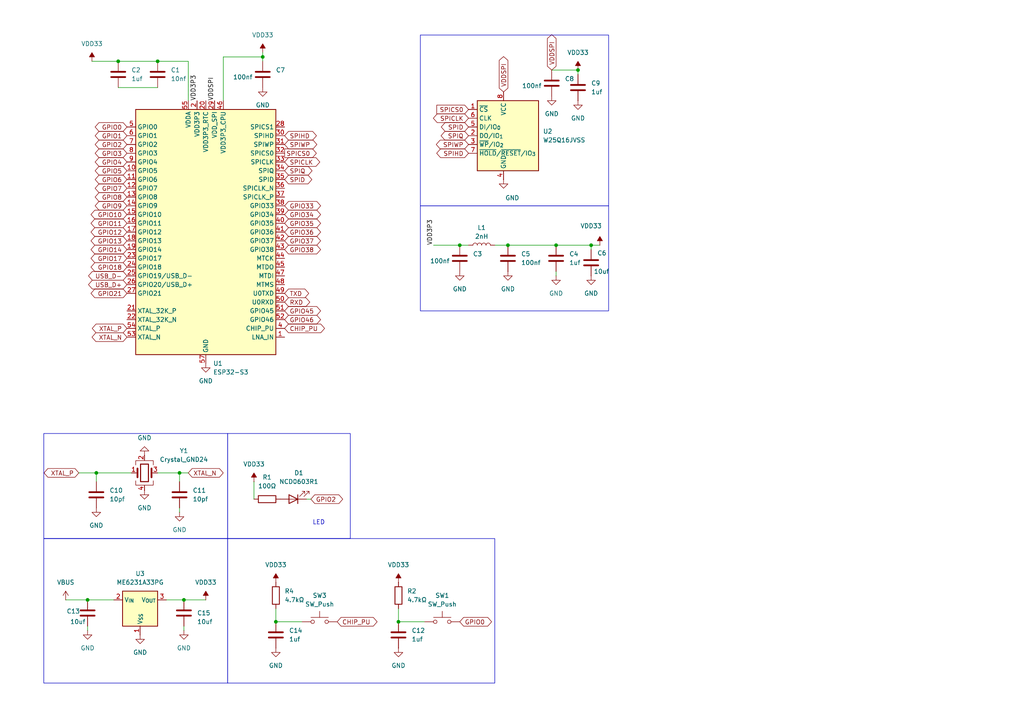
<source format=kicad_sch>
(kicad_sch (version 20250114) (generator "eeschema") (generator_version "9.0")
  (paper "A4")
  (lib_symbols
    (symbol "Device:C" (pin_numbers (hide yes)) (pin_names (offset 0.254))
      (property "Reference" "C" (at 0.635 2.54 0))
      (property "Value" "C" (at 0.635 -2.54 0))
      (symbol "C_0_1"
        (polyline (pts (xy -2.032 0.762) (xy 2.032 0.762)) (stroke (width 0.508)))
        (polyline (pts (xy -2.032 -0.762) (xy 2.032 -0.762)) (stroke (width 0.508)))
      )
      (symbol "C_1_1"
        (pin passive line (at 0 3.81 270) (length 2.794) (name "~") (number "1"))
        (pin passive line (at 0 -3.81 90) (length 2.794) (name "~") (number "2"))
      )
    )
    (symbol "Device:Crystal_GND24" (pin_names (offset 1.016) (hide yes))
      (property "Reference" "Y" (at 3.175 5.08 0))
      (property "Value" "Crystal_GND24" (at 3.175 3.175 0))
      (symbol "Crystal_GND24_0_1"
        (polyline (pts (xy -2.54 2.286) (xy -2.54 3.556) (xy 2.54 3.556) (xy 2.54 2.286)))
        (polyline (pts (xy -2.54 0) (xy -2.032 0)))
        (polyline (pts (xy -2.54 -2.286) (xy -2.54 -3.556) (xy 2.54 -3.556) (xy 2.54 -2.286)))
        (polyline (pts (xy -2.032 -1.27) (xy -2.032 1.27)) (stroke (width 0.508)))
        (rectangle (start -1.143 2.54) (end 1.143 -2.54) (stroke (width 0.3048)))
        (polyline (pts (xy 0 3.556) (xy 0 3.81)))
        (polyline (pts (xy 0 -3.81) (xy 0 -3.556)))
        (polyline (pts (xy 2.032 0) (xy 2.54 0)))
        (polyline (pts (xy 2.032 -1.27) (xy 2.032 1.27)) (stroke (width 0.508)))
      )
      (symbol "Crystal_GND24_1_1"
        (pin passive line (at -3.81 0 0) (length 1.27) (name "1") (number "1"))
        (pin passive line (at 0 5.08 270) (length 1.27) (name "2") (number "2"))
        (pin passive line (at 0 -5.08 90) (length 1.27) (name "4") (number "4"))
        (pin passive line (at 3.81 0 180) (length 1.27) (name "3") (number "3"))
      )
    )
    (symbol "Device:L" (pin_numbers (hide yes)) (pin_names (offset 1.016) (hide yes))
      (property "Reference" "L" (at -1.27 0 90))
      (property "Value" "L" (at 1.905 0 90))
      (symbol "L_0_1"
        (arc (start 0 2.54) (mid 0.6323 1.905) (end 0 1.27))
        (arc (start 0 1.27) (mid 0.6323 0.635) (end 0 0))
        (arc (start 0 0) (mid 0.6323 -0.635) (end 0 -1.27))
        (arc (start 0 -1.27) (mid 0.6323 -1.905) (end 0 -2.54))
      )
      (symbol "L_1_1"
        (pin passive line (at 0 3.81 270) (length 1.27) (name "1") (number "1"))
        (pin passive line (at 0 -3.81 90) (length 1.27) (name "2") (number "2"))
      )
    )
    (symbol "Device:LED" (pin_numbers (hide yes)) (pin_names (offset 1.016) (hide yes))
      (property "Reference" "D" (at 0 2.54 0))
      (property "Value" "LED" (at 0 -2.54 0))
      (symbol "LED_0_1"
        (polyline (pts (xy -3.048 -0.762) (xy -4.572 -2.286) (xy -3.81 -2.286) (xy -4.572 -2.286) (xy -4.572 -1.524)))
        (polyline (pts (xy -1.778 -0.762) (xy -3.302 -2.286) (xy -2.54 -2.286) (xy -3.302 -2.286) (xy -3.302 -1.524)))
        (polyline (pts (xy -1.27 0) (xy 1.27 0)))
        (polyline (pts (xy -1.27 -1.27) (xy -1.27 1.27)) (stroke (width 0.254)))
        (polyline (pts (xy 1.27 -1.27) (xy 1.27 1.27) (xy -1.27 0) (xy 1.27 -1.27)) (stroke (width 0.254)))
      )
      (symbol "LED_1_1"
        (pin passive line (at -3.81 0 0) (length 2.54) (name "K") (number "1"))
        (pin passive line (at 3.81 0 180) (length 2.54) (name "A") (number "2"))
      )
    )
    (symbol "Device:R" (pin_numbers (hide yes)) (pin_names (offset 0))
      (property "Reference" "R" (at 2.032 0 90))
      (property "Value" "R" (at 0 0 90))
      (symbol "R_0_1"
        (rectangle (start -1.016 -2.54) (end 1.016 2.54) (stroke (width 0.254)))
      )
      (symbol "R_1_1"
        (pin passive line (at 0 3.81 270) (length 1.27) (name "~") (number "1"))
        (pin passive line (at 0 -3.81 90) (length 1.27) (name "~") (number "2"))
      )
    )
    (symbol "MCU_Espressif:ESP32-S3"
      (property "Reference" "U" (at 10.16 -38.1 0))
      (property "Value" "ESP32-S3" (at 13.97 -40.64 0))
      (symbol "ESP32-S3_0_1"
        (rectangle (start -20.32 35.56) (end 20.32 -35.56) (stroke (width 0.254)) (fill (type background)))
      )
      (symbol "ESP32-S3_1_0"
        (pin passive line (at -5.08 38.1 270) (length 2.54) (hide yes) (name "VDDA") (number "56"))
        (pin bidirectional line (at 22.86 12.7 180) (length 2.54) (name "SPICLK_N") (number "36"))
        (pin bidirectional line (at 22.86 -10.16 180) (length 2.54) (name "MTDO") (number "45"))
        (pin bidirectional line (at 22.86 -22.86 180) (length 2.54) (name "GPIO45") (number "51"))
      )
      (symbol "ESP32-S3_1_1"
        (pin bidirectional line (at -22.86 30.48 0) (length 2.54) (name "GPIO0") (number "5"))
        (pin bidirectional line (at -22.86 27.94 0) (length 2.54) (name "GPIO1") (number "6"))
        (pin bidirectional line (at -22.86 25.4 0) (length 2.54) (name "GPIO2") (number "7"))
        (pin bidirectional line (at -22.86 22.86 0) (length 2.54) (name "GPIO3") (number "8"))
        (pin bidirectional line (at -22.86 20.32 0) (length 2.54) (name "GPIO4") (number "9"))
        (pin bidirectional line (at -22.86 17.78 0) (length 2.54) (name "GPIO5") (number "10"))
        (pin bidirectional line (at -22.86 15.24 0) (length 2.54) (name "GPIO6") (number "11"))
        (pin bidirectional line (at -22.86 12.7 0) (length 2.54) (name "GPIO7") (number "12"))
        (pin bidirectional line (at -22.86 10.16 0) (length 2.54) (name "GPIO8") (number "13"))
        (pin bidirectional line (at -22.86 7.62 0) (length 2.54) (name "GPIO9") (number "14"))
        (pin bidirectional line (at -22.86 5.08 0) (length 2.54) (name "GPIO10") (number "15"))
        (pin bidirectional line (at -22.86 2.54 0) (length 2.54) (name "GPIO11") (number "16"))
        (pin bidirectional line (at -22.86 0 0) (length 2.54) (name "GPIO12") (number "17"))
        (pin bidirectional line (at -22.86 -2.54 0) (length 2.54) (name "GPIO13") (number "18"))
        (pin bidirectional line (at -22.86 -5.08 0) (length 2.54) (name "GPIO14") (number "19"))
        (pin bidirectional line (at -22.86 -7.62 0) (length 2.54) (name "GPIO17") (number "23"))
        (pin bidirectional line (at -22.86 -10.16 0) (length 2.54) (name "GPIO18") (number "24"))
        (pin bidirectional line (at -22.86 -12.7 0) (length 2.54) (name "GPIO19/USB_D-") (number "25"))
        (pin bidirectional line (at -22.86 -15.24 0) (length 2.54) (name "GPIO20/USB_D+") (number "26"))
        (pin bidirectional line (at -22.86 -17.78 0) (length 2.54) (name "GPIO21") (number "27"))
        (pin passive line (at -22.86 -22.86 0) (length 2.54) (name "XTAL_32K_P") (number "21"))
        (pin passive line (at -22.86 -25.4 0) (length 2.54) (name "XTAL_32K_N") (number "22"))
        (pin input line (at -22.86 -27.94 0) (length 2.54) (name "XTAL_P") (number "54"))
        (pin output line (at -22.86 -30.48 0) (length 2.54) (name "XTAL_N") (number "53"))
        (pin power_in line (at -5.08 38.1 270) (length 2.54) (name "VDDA") (number "55"))
        (pin power_in line (at -2.54 38.1 270) (length 2.54) (name "VDD3P3") (number "2"))
        (pin passive line (at -2.54 38.1 270) (length 2.54) (hide yes) (name "VDD3P3") (number "3"))
        (pin power_in line (at 0 38.1 270) (length 2.54) (name "VDD3P3_RTC") (number "20"))
        (pin power_in line (at 0 -38.1 90) (length 2.54) (name "GND") (number "57"))
        (pin power_in line (at 2.54 38.1 270) (length 2.54) (name "VDD_SPI") (number "29"))
        (pin power_in line (at 5.08 38.1 270) (length 2.54) (name "VDD3P3_CPU") (number "46"))
        (pin bidirectional line (at 22.86 30.48 180) (length 2.54) (name "SPICS1") (number "28"))
        (pin bidirectional line (at 22.86 27.94 180) (length 2.54) (name "SPIHD") (number "30"))
        (pin bidirectional line (at 22.86 25.4 180) (length 2.54) (name "SPIWP") (number "31"))
        (pin bidirectional line (at 22.86 22.86 180) (length 2.54) (name "SPICS0") (number "32"))
        (pin bidirectional line (at 22.86 20.32 180) (length 2.54) (name "SPICLK") (number "33"))
        (pin bidirectional line (at 22.86 17.78 180) (length 2.54) (name "SPIQ") (number "34"))
        (pin bidirectional line (at 22.86 15.24 180) (length 2.54) (name "SPID") (number "35"))
        (pin bidirectional line (at 22.86 10.16 180) (length 2.54) (name "SPICLK_P") (number "37"))
        (pin bidirectional line (at 22.86 7.62 180) (length 2.54) (name "GPIO33") (number "38"))
        (pin bidirectional line (at 22.86 5.08 180) (length 2.54) (name "GPIO34") (number "39"))
        (pin bidirectional line (at 22.86 2.54 180) (length 2.54) (name "GPIO35") (number "40"))
        (pin bidirectional line (at 22.86 0 180) (length 2.54) (name "GPIO36") (number "41"))
        (pin bidirectional line (at 22.86 -2.54 180) (length 2.54) (name "GPIO37") (number "42"))
        (pin bidirectional line (at 22.86 -5.08 180) (length 2.54) (name "GPIO38") (number "43"))
        (pin bidirectional line (at 22.86 -7.62 180) (length 2.54) (name "MTCK") (number "44"))
        (pin bidirectional line (at 22.86 -12.7 180) (length 2.54) (name "MTDI") (number "47"))
        (pin bidirectional line (at 22.86 -15.24 180) (length 2.54) (name "MTMS") (number "48"))
        (pin bidirectional line (at 22.86 -17.78 180) (length 2.54) (name "U0TXD") (number "49"))
        (pin bidirectional line (at 22.86 -20.32 180) (length 2.54) (name "U0RXD") (number "50"))
        (pin bidirectional line (at 22.86 -25.4 180) (length 2.54) (name "GPIO46") (number "52"))
        (pin input line (at 22.86 -27.94 180) (length 2.54) (name "CHIP_PU") (number "4"))
        (pin bidirectional line (at 22.86 -30.48 180) (length 2.54) (name "LNA_IN") (number "1"))
      )
    )
    (symbol "Memory_Flash:W25Q16JVSS"
      (property "Reference" "U" (at -6.35 11.43 0))
      (property "Value" "W25Q16JVSS" (at 7.62 11.43 0))
      (symbol "W25Q16JVSS_0_1"
        (rectangle (start -7.62 10.16) (end 10.16 -10.16) (stroke (width 0.254)) (fill (type background)))
      )
      (symbol "W25Q16JVSS_1_1"
        (pin input line (at -10.16 7.62 0) (length 2.54) (name "~{CS}") (number "1"))
        (pin input line (at -10.16 5.08 0) (length 2.54) (name "CLK") (number "6"))
        (pin bidirectional line (at -10.16 2.54 0) (length 2.54) (name "DI/IO_{0}") (number "5"))
        (pin bidirectional line (at -10.16 0 0) (length 2.54) (name "DO/IO_{1}") (number "2"))
        (pin bidirectional line (at -10.16 -2.54 0) (length 2.54) (name "~{WP}/IO_{2}") (number "3"))
        (pin bidirectional line (at -10.16 -5.08 0) (length 2.54) (name "~{HOLD}/~{RESET}/IO_{3}") (number "7"))
        (pin power_in line (at 0 12.7 270) (length 2.54) (name "VCC") (number "8"))
        (pin power_in line (at 0 -12.7 90) (length 2.54) (name "GND") (number "4"))
      )
    )
    (symbol "Switch:SW_Push" (pin_numbers (hide yes)) (pin_names (offset 1.016) (hide yes))
      (property "Reference" "SW" (at 1.27 2.54 0))
      (property "Value" "SW_Push" (at 0 -1.524 0))
      (symbol "SW_Push_0_1"
        (circle (center -2.032 0) (radius 0.508))
        (polyline (pts (xy 0 1.27) (xy 0 3.048)))
        (circle (center 2.032 0) (radius 0.508))
        (polyline (pts (xy 2.54 1.27) (xy -2.54 1.27)))
        (pin passive line (at -5.08 0 0) (length 2.54) (name "1") (number "1"))
        (pin passive line (at 5.08 0 180) (length 2.54) (name "2") (number "2"))
      )
    )
    (symbol "power:+3.3V" (power) (pin_numbers (hide yes)) (pin_names (offset 0) (hide yes))
      (property "Value" "+3.3V" (at 0 3.556 0))
      (symbol "+3.3V_0_1"
        (polyline (pts (xy -0.762 1.27) (xy 0 2.54)))
        (polyline (pts (xy 0 2.54) (xy 0.762 1.27)))
        (polyline (pts (xy 0 0) (xy 0 2.54)))
      )
      (symbol "+3.3V_1_1"
        (pin power_in line (at 0 0 90) (length 0) (name "~") (number "1"))
      )
    )
    (symbol "power:-3V3" (power) (pin_numbers (hide yes)) (pin_names (offset 0) (hide yes))
      (property "Value" "-3V3" (at 0 3.556 0))
      (symbol "-3V3_0_0"
        (pin power_in line (at 0 0 90) (length 0) (name "~") (number "1"))
      )
      (symbol "-3V3_0_1"
        (polyline (pts (xy 0 0) (xy 0 1.27) (xy 0.762 1.27) (xy 0 2.54) (xy -0.762 1.27) (xy 0 1.27)) (fill (type outline)))
      )
    )
    (symbol "power:GND" (power) (pin_numbers (hide yes)) (pin_names (offset 0) (hide yes))
      (property "Value" "GND" (at 0 -3.81 0))
      (symbol "GND_0_1"
        (polyline (pts (xy 0 0) (xy 0 -1.27) (xy 1.27 -1.27) (xy 0 -2.54) (xy -1.27 -1.27) (xy 0 -1.27)))
      )
      (symbol "GND_1_1"
        (pin power_in line (at 0 0 270) (length 0) (name "~") (number "1"))
      )
    )
    (symbol "smart-lock:ME6231A33PG"
      (property "Reference" "U" (at -4.572 6.35 0))
      (property "Value" "ME6231A33PG" (at 10.16 8.636 0))
      (symbol "ME6231A33PG_1_1"
        (rectangle (start -5.08 5.08) (end 5.08 -5.08) (stroke (width 0.254)) (fill (type background)))
        (pin power_in line (at -7.62 2.54 0) (length 2.54) (name "V_{IN}") (number "2"))
        (pin power_in line (at 0 -7.62 90) (length 2.54) (name "V_{SS}") (number "1"))
        (pin power_out line (at 7.62 2.54 180) (length 2.54) (name "V_{OUT}") (number "3"))
      )
    )
  )
  (rectangle (start 12.7 125.73) (end 66.04 156.21))
  (rectangle (start 66.04 156.21) (end 143.51 198.12))
  (rectangle (start 12.7 156.21) (end 66.04 198.12))
  (rectangle (start 66.04 125.73) (end 101.6 156.21))
  (rectangle (start 121.92 10.16) (end 176.53 59.69))
  (rectangle (start 121.92 59.69) (end 176.53 90.17))
  (text "LED\n" (at 92.456 151.638 0) (effects (font (size 1.27 1.27))))
  (junction (at 34.29 17.78))
  (junction (at 27.94 137.16))
  (junction (at 25.4 173.99))
  (junction (at 133.35 71.12))
  (junction (at 115.57 180.34))
  (junction (at 52.07 137.16))
  (junction (at 167.64 20.32))
  (junction (at 171.45 71.12))
  (junction (at 45.72 17.78))
  (junction (at 53.34 173.99))
  (junction (at 161.29 71.12))
  (junction (at 147.32 71.12))
  (junction (at 80.01 180.34))
  (junction (at 76.2 16.51))
  (wire (pts (xy 26.67 17.78) (xy 34.29 17.78)))
  (wire (pts (xy 76.2 16.51) (xy 76.2 17.78)))
  (wire (pts (xy 73.66 144.78) (xy 73.66 139.7)))
  (wire (pts (xy 53.34 182.88) (xy 53.34 181.61)))
  (wire (pts (xy 167.64 20.32) (xy 167.64 21.59)))
  (wire (pts (xy 59.69 173.99) (xy 53.34 173.99)))
  (wire (pts (xy 76.2 15.24) (xy 76.2 16.51)))
  (wire (pts (xy 27.94 137.16) (xy 22.86 137.16)))
  (wire (pts (xy 54.61 137.16) (xy 52.07 137.16)))
  (wire (pts (xy 147.32 71.12) (xy 161.29 71.12)))
  (wire (pts (xy 135.89 71.12) (xy 133.35 71.12)))
  (wire (pts (xy 161.29 78.74) (xy 161.29 80.01)))
  (wire (pts (xy 34.29 25.4) (xy 45.72 25.4)))
  (wire (pts (xy 38.1 137.16) (xy 27.94 137.16)))
  (wire (pts (xy 115.57 180.34) (xy 123.19 180.34)))
  (wire (pts (xy 167.64 20.32) (xy 160.02 20.32)))
  (wire (pts (xy 52.07 148.59) (xy 52.07 147.32)))
  (wire (pts (xy 115.57 176.53) (xy 115.57 180.34)))
  (wire (pts (xy 45.72 137.16) (xy 52.07 137.16)))
  (wire (pts (xy 54.61 29.21) (xy 54.61 17.78)))
  (wire (pts (xy 80.01 176.53) (xy 80.01 180.34)))
  (wire (pts (xy 143.51 71.12) (xy 147.32 71.12)))
  (wire (pts (xy 171.45 72.39) (xy 171.45 71.12)))
  (wire (pts (xy 171.45 71.12) (xy 173.99 71.12)))
  (wire (pts (xy 52.07 137.16) (xy 52.07 139.7)))
  (wire (pts (xy 27.94 137.16) (xy 27.94 139.7)))
  (wire (pts (xy 64.77 16.51) (xy 76.2 16.51)))
  (wire (pts (xy 34.29 17.78) (xy 45.72 17.78)))
  (wire (pts (xy 80.01 180.34) (xy 87.63 180.34)))
  (wire (pts (xy 33.02 173.99) (xy 25.4 173.99)))
  (wire (pts (xy 64.77 29.21) (xy 64.77 16.51)))
  (wire (pts (xy 25.4 181.61) (xy 25.4 182.88)))
  (wire (pts (xy 90.17 144.78) (xy 88.9 144.78)))
  (wire (pts (xy 161.29 71.12) (xy 171.45 71.12)))
  (wire (pts (xy 54.61 17.78) (xy 45.72 17.78)))
  (wire (pts (xy 125.73 71.12) (xy 133.35 71.12)))
  (wire (pts (xy 19.05 173.99) (xy 25.4 173.99)))
  (wire (pts (xy 48.26 173.99) (xy 53.34 173.99)))
  (label "VDD3P3" (at 57.15 29.21 90))
  (label "VDDSPI" (at 62.23 29.21 90))
  (label "VDD3P3" (at 125.73 71.12 90))
  (global_label "SPIHD" (shape bidirectional) (at 135.89 44.45 180) (property "Intersheetrefs" "${INTERSHEET_REFS}" (effects (hide yes))))
  (global_label "SPID" (shape bidirectional) (at 82.55 52.07 0) (property "Intersheetrefs" "${INTERSHEET_REFS}" (effects (hide yes))))
  (global_label "GPIO33" (shape bidirectional) (at 82.55 59.69 0) (property "Intersheetrefs" "${INTERSHEET_REFS}" (effects (hide yes))))
  (global_label "VDDSPI" (shape bidirectional) (at 146.05 26.67 90) (property "Intersheetrefs" "${INTERSHEET_REFS}" (effects (hide yes))))
  (global_label "CHIP_PU" (shape bidirectional) (at 97.79 180.34 0) (property "Intersheetrefs" "${INTERSHEET_REFS}" (effects (hide yes))))
  (global_label "TXD" (shape bidirectional) (at 82.55 85.09 0) (property "Intersheetrefs" "${INTERSHEET_REFS}" (effects (hide yes))))
  (global_label "SPICLK" (shape bidirectional) (at 135.89 34.29 180) (property "Intersheetrefs" "${INTERSHEET_REFS}" (effects (hide yes))))
  (global_label "GPIO14" (shape bidirectional) (at 36.83 72.39 180) (property "Intersheetrefs" "${INTERSHEET_REFS}" (effects (hide yes))))
  (global_label "GPIO12" (shape bidirectional) (at 36.83 67.31 180) (property "Intersheetrefs" "${INTERSHEET_REFS}" (effects (hide yes))))
  (global_label "USB_D-" (shape bidirectional) (at 36.83 80.01 180) (property "Intersheetrefs" "${INTERSHEET_REFS}" (effects (hide yes))))
  (global_label "GPIO0" (shape bidirectional) (at 133.35 180.34 0) (property "Intersheetrefs" "${INTERSHEET_REFS}" (effects (hide yes))))
  (global_label "GPIO5" (shape bidirectional) (at 36.83 49.53 180) (property "Intersheetrefs" "${INTERSHEET_REFS}" (effects (hide yes))))
  (global_label "SPICS0" (shape output) (at 82.55 44.45 0) (property "Intersheetrefs" "${INTERSHEET_REFS}" (effects (hide yes))))
  (global_label "GPIO36" (shape bidirectional) (at 82.55 67.31 0) (property "Intersheetrefs" "${INTERSHEET_REFS}" (effects (hide yes))))
  (global_label "SPICLK" (shape bidirectional) (at 82.55 46.99 0) (property "Intersheetrefs" "${INTERSHEET_REFS}" (effects (hide yes))))
  (global_label "SPIWP" (shape bidirectional) (at 135.89 41.91 180) (property "Intersheetrefs" "${INTERSHEET_REFS}" (effects (hide yes))))
  (global_label "GPIO17" (shape bidirectional) (at 36.83 74.93 180) (property "Intersheetrefs" "${INTERSHEET_REFS}" (effects (hide yes))))
  (global_label "GPIO0" (shape bidirectional) (at 36.83 36.83 180) (property "Intersheetrefs" "${INTERSHEET_REFS}" (effects (hide yes))))
  (global_label "SPIQ" (shape bidirectional) (at 135.89 39.37 180) (property "Intersheetrefs" "${INTERSHEET_REFS}" (effects (hide yes))))
  (global_label "GPIO9" (shape bidirectional) (at 36.83 59.69 180) (property "Intersheetrefs" "${INTERSHEET_REFS}" (effects (hide yes))))
  (global_label "VDDSPI" (shape bidirectional) (at 160.02 20.32 90) (property "Intersheetrefs" "${INTERSHEET_REFS}" (effects (hide yes))))
  (global_label "GPIO2" (shape bidirectional) (at 36.83 41.91 180) (property "Intersheetrefs" "${INTERSHEET_REFS}" (effects (hide yes))))
  (global_label "CHIP_PU" (shape bidirectional) (at 82.55 95.25 0) (property "Intersheetrefs" "${INTERSHEET_REFS}" (effects (hide yes))))
  (global_label "GPIO1" (shape bidirectional) (at 36.83 39.37 180) (property "Intersheetrefs" "${INTERSHEET_REFS}" (effects (hide yes))))
  (global_label "GPIO46" (shape bidirectional) (at 82.55 92.71 0) (property "Intersheetrefs" "${INTERSHEET_REFS}" (effects (hide yes))))
  (global_label "GPIO6" (shape bidirectional) (at 36.83 52.07 180) (property "Intersheetrefs" "${INTERSHEET_REFS}" (effects (hide yes))))
  (global_label "RXD" (shape bidirectional) (at 82.55 87.63 0) (property "Intersheetrefs" "${INTERSHEET_REFS}" (effects (hide yes))))
  (global_label "GPIO10" (shape bidirectional) (at 36.83 62.23 180) (property "Intersheetrefs" "${INTERSHEET_REFS}" (effects (hide yes))))
  (global_label "USB_D+" (shape bidirectional) (at 36.83 82.55 180) (property "Intersheetrefs" "${INTERSHEET_REFS}" (effects (hide yes))))
  (global_label "SPICS0" (shape input) (at 135.89 31.75 180) (property "Intersheetrefs" "${INTERSHEET_REFS}" (effects (hide yes))))
  (global_label "SPIHD" (shape bidirectional) (at 82.55 39.37 0) (property "Intersheetrefs" "${INTERSHEET_REFS}" (effects (hide yes))))
  (global_label "XTAL_P" (shape bidirectional) (at 36.83 95.25 180) (property "Intersheetrefs" "${INTERSHEET_REFS}" (effects (hide yes))))
  (global_label "GPIO35" (shape bidirectional) (at 82.55 64.77 0) (property "Intersheetrefs" "${INTERSHEET_REFS}" (effects (hide yes))))
  (global_label "XTAL_N" (shape bidirectional) (at 36.83 97.79 180) (property "Intersheetrefs" "${INTERSHEET_REFS}" (effects (hide yes))))
  (global_label "GPIO21" (shape bidirectional) (at 36.83 85.09 180) (property "Intersheetrefs" "${INTERSHEET_REFS}" (effects (hide yes))))
  (global_label "GPIO34" (shape bidirectional) (at 82.55 62.23 0) (property "Intersheetrefs" "${INTERSHEET_REFS}" (effects (hide yes))))
  (global_label "GPIO8" (shape bidirectional) (at 36.83 57.15 180) (property "Intersheetrefs" "${INTERSHEET_REFS}" (effects (hide yes))))
  (global_label "GPIO11" (shape bidirectional) (at 36.83 64.77 180) (property "Intersheetrefs" "${INTERSHEET_REFS}" (effects (hide yes))))
  (global_label "GPIO2" (shape bidirectional) (at 90.17 144.78 0) (property "Intersheetrefs" "${INTERSHEET_REFS}" (effects (hide yes))))
  (global_label "GPIO45" (shape bidirectional) (at 82.55 90.17 0) (property "Intersheetrefs" "${INTERSHEET_REFS}" (effects (hide yes))))
  (global_label "GPIO13" (shape bidirectional) (at 36.83 69.85 180) (property "Intersheetrefs" "${INTERSHEET_REFS}" (effects (hide yes))))
  (global_label "XTAL_N" (shape bidirectional) (at 54.61 137.16 0) (property "Intersheetrefs" "${INTERSHEET_REFS}" (effects (hide yes))))
  (global_label "SPID" (shape bidirectional) (at 135.89 36.83 180) (property "Intersheetrefs" "${INTERSHEET_REFS}" (effects (hide yes))))
  (global_label "GPIO38" (shape bidirectional) (at 82.55 72.39 0) (property "Intersheetrefs" "${INTERSHEET_REFS}" (effects (hide yes))))
  (global_label "SPIQ" (shape bidirectional) (at 82.55 49.53 0) (property "Intersheetrefs" "${INTERSHEET_REFS}" (effects (hide yes))))
  (global_label "GPIO37" (shape bidirectional) (at 82.55 69.85 0) (property "Intersheetrefs" "${INTERSHEET_REFS}" (effects (hide yes))))
  (global_label "GPIO4" (shape bidirectional) (at 36.83 46.99 180) (property "Intersheetrefs" "${INTERSHEET_REFS}" (effects (hide yes))))
  (global_label "GPIO7" (shape bidirectional) (at 36.83 54.61 180) (property "Intersheetrefs" "${INTERSHEET_REFS}" (effects (hide yes))))
  (global_label "SPIWP" (shape bidirectional) (at 82.55 41.91 0) (property "Intersheetrefs" "${INTERSHEET_REFS}" (effects (hide yes))))
  (global_label "GPIO3" (shape bidirectional) (at 36.83 44.45 180) (property "Intersheetrefs" "${INTERSHEET_REFS}" (effects (hide yes))))
  (global_label "XTAL_P" (shape bidirectional) (at 22.86 137.16 180) (property "Intersheetrefs" "${INTERSHEET_REFS}" (effects (hide yes))))
  (global_label "GPIO18" (shape bidirectional) (at 36.83 77.47 180) (property "Intersheetrefs" "${INTERSHEET_REFS}" (effects (hide yes))))
  (symbol (lib_id "power:-3V3") (at 26.67 17.78 0) (unit 1)
    (property "Reference" "#PWR02" (effects (hide yes)))
    (property "Value" "VDD33" (at 26.67 12.7 0))
    (property "Description" "Power symbol creates a global label with name \"-3V3\"" (effects (hide yes)))
  )
  (symbol (lib_id "power:GND") (at 171.45 80.01 0) (unit 1)
    (property "Reference" "#PWR06" (effects (hide yes)))
    (property "Value" "GND" (at 171.45 85.09 0))
    (property "Description" "Power symbol creates a global label with name \"GND\" , ground" (effects (hide yes)))
  )
  (symbol (lib_id "Device:C") (at 80.01 184.15 0) (unit 1)
    (property "Reference" "C14" (at 83.82 182.8799 0) (effects (justify left)))
    (property "Value" "1uf" (at 83.82 185.4199 0) (effects (justify left)))
    (property "Footprint" "Capacitor_SMD:C_0402_1005Metric" (effects (hide yes)))
    (property "Description" "Unpolarized capacitor" (effects (hide yes)))
  )
  (symbol (lib_id "power:GND") (at 27.94 147.32 0) (unit 1)
    (property "Reference" "#PWR016" (effects (hide yes)))
    (property "Value" "GND" (at 27.94 152.4 0))
    (property "Description" "Power symbol creates a global label with name \"GND\" , ground" (effects (hide yes)))
  )
  (symbol (lib_id "power:GND") (at 40.64 184.15 0) (unit 1)
    (property "Reference" "#PWR022" (effects (hide yes)))
    (property "Value" "GND" (at 40.64 189.23 0))
    (property "Description" "Power symbol creates a global label with name \"GND\" , ground" (effects (hide yes)))
  )
  (symbol (lib_id "Device:C") (at 53.34 177.8 0) (unit 1)
    (property "Reference" "C15" (at 57.15 177.8 0) (effects (justify left)))
    (property "Value" "10uf" (at 57.15 180.34 0) (effects (justify left)))
    (property "Footprint" "Capacitor_SMD:C_0402_1005Metric" (effects (hide yes)))
    (property "Description" "Unpolarized capacitor" (effects (hide yes)))
  )
  (symbol (lib_id "power:GND") (at 41.91 132.08 180) (unit 1)
    (property "Reference" "#PWR019" (effects (hide yes)))
    (property "Value" "GND" (at 41.91 127 0))
    (property "Description" "Power symbol creates a global label with name \"GND\" , ground" (effects (hide yes)))
  )
  (symbol (lib_id "Device:R") (at 77.47 144.78 90) (unit 1)
    (property "Reference" "R1" (at 77.47 138.43 90))
    (property "Value" "100Ω" (at 77.47 140.97 90))
    (property "Footprint" "Resistor_SMD:R_0402_1005Metric" (effects (hide yes)))
    (property "Description" "Resistor" (effects (hide yes)))
  )
  (symbol (lib_id "power:GND") (at 115.57 187.96 0) (unit 1)
    (property "Reference" "#PWR021" (effects (hide yes)))
    (property "Value" "GND" (at 115.57 193.04 0))
    (property "Description" "Power symbol creates a global label with name \"GND\" , ground" (effects (hide yes)))
  )
  (symbol (lib_id "Device:C") (at 52.07 143.51 0) (unit 1)
    (property "Reference" "C11" (at 55.88 142.2399 0) (effects (justify left)))
    (property "Value" "10pf" (at 55.88 144.7799 0) (effects (justify left)))
    (property "Footprint" "Capacitor_SMD:C_0402_1005Metric" (effects (hide yes)))
    (property "Description" "Unpolarized capacitor" (effects (hide yes)))
  )
  (symbol (lib_id "power:GND") (at 53.34 182.88 0) (unit 1)
    (property "Reference" "#PWR026" (effects (hide yes)))
    (property "Value" "GND" (at 53.34 187.96 0))
    (property "Description" "Power symbol creates a global label with name \"GND\" , ground" (effects (hide yes)))
  )
  (symbol (lib_id "power:GND") (at 76.2 25.4 0) (unit 1)
    (property "Reference" "#PWR07" (effects (hide yes)))
    (property "Value" "GND" (at 76.2 30.48 0))
    (property "Description" "Power symbol creates a global label with name \"GND\" , ground" (effects (hide yes)))
  )
  (symbol (lib_id "power:-3V3") (at 115.57 168.91 0) (unit 1)
    (property "Reference" "#PWR020" (effects (hide yes)))
    (property "Value" "VDD33" (at 115.57 163.83 0))
    (property "Description" "Power symbol creates a global label with name \"-3V3\"" (effects (hide yes)))
  )
  (symbol (lib_id "Device:R") (at 80.01 172.72 180) (unit 1)
    (property "Reference" "R4" (at 82.55 171.4499 0) (effects (justify right)))
    (property "Value" "4.7kΩ" (at 82.55 173.9899 0) (effects (justify right)))
    (property "Footprint" "Resistor_SMD:R_0402_1005Metric" (effects (hide yes)))
    (property "Description" "Resistor" (effects (hide yes)))
  )
  (symbol (lib_id "Device:C") (at 133.35 74.93 0) (unit 1)
    (property "Reference" "C3" (at 137.16 73.6599 0) (effects (justify left)))
    (property "Value" "100nf" (at 124.714 75.692 0) (effects (justify left)))
    (property "Footprint" "Capacitor_SMD:C_0402_1005Metric" (effects (hide yes)))
    (property "Description" "Unpolarized capacitor" (effects (hide yes)))
  )
  (symbol (lib_id "Device:C") (at 27.94 143.51 0) (unit 1)
    (property "Reference" "C10" (at 31.75 142.2399 0) (effects (justify left)))
    (property "Value" "10pf" (at 31.75 144.7799 0) (effects (justify left)))
    (property "Footprint" "Capacitor_SMD:C_0402_1005Metric" (effects (hide yes)))
    (property "Description" "Unpolarized capacitor" (effects (hide yes)))
  )
  (symbol (lib_id "power:GND") (at 133.35 78.74 0) (unit 1)
    (property "Reference" "#PWR03" (effects (hide yes)))
    (property "Value" "GND" (at 133.35 83.82 0))
    (property "Description" "Power symbol creates a global label with name \"GND\" , ground" (effects (hide yes)))
  )
  (symbol (lib_id "Device:C") (at 167.64 25.4 0) (unit 1)
    (property "Reference" "C9" (at 171.45 24.1299 0) (effects (justify left)))
    (property "Value" "1uf" (at 171.45 26.6699 0) (effects (justify left)))
    (property "Footprint" "Capacitor_SMD:C_0402_1005Metric" (effects (hide yes)))
    (property "Description" "Unpolarized capacitor" (effects (hide yes)))
  )
  (symbol (lib_id "Device:C") (at 161.29 74.93 0) (unit 1)
    (property "Reference" "C4" (at 165.1 73.6599 0) (effects (justify left)))
    (property "Value" "1uf" (at 165.1 76.1999 0) (effects (justify left)))
    (property "Footprint" "Capacitor_SMD:C_0402_1005Metric" (effects (hide yes)))
    (property "Description" "Unpolarized capacitor" (effects (hide yes)))
  )
  (symbol (lib_id "Device:Crystal_GND24") (at 41.91 137.16 0) (unit 1)
    (property "Reference" "Y1" (at 53.34 130.7398 0))
    (property "Value" "Crystal_GND24" (at 53.34 133.2798 0))
    (property "Footprint" "Crystal:Crystal_SMD_3225-4Pin_3.2x2.5mm" (effects (hide yes)))
    (property "Description" "Four pin crystal, GND on pins 2 and 4" (effects (hide yes)))
  )
  (symbol (lib_id "power:-3V3") (at 73.66 139.7 0) (unit 1)
    (property "Reference" "#PWR014" (effects (hide yes)))
    (property "Value" "VDD33" (at 73.66 134.62 0))
    (property "Description" "Power symbol creates a global label with name \"-3V3\"" (effects (hide yes)))
  )
  (symbol (lib_id "Switch:SW_Push") (at 128.27 180.34 0) (unit 1)
    (property "Reference" "SW1" (at 128.27 172.72 0))
    (property "Value" "SW_Push" (at 128.27 175.26 0))
    (property "Description" "Push button switch, generic, two pins" (effects (hide yes)))
  )
  (symbol (lib_id "Device:L") (at 139.7 71.12 90) (unit 1)
    (property "Reference" "L1" (at 139.7 66.04 90))
    (property "Value" "2nH" (at 139.7 68.58 90))
    (property "Footprint" "Inductor_SMD:L_0402_1005Metric" (effects (hide yes)))
    (property "Description" "Inductor" (effects (hide yes)))
  )
  (symbol (lib_id "smart-lock:ME6231A33PG") (at 40.64 176.53 0) (unit 1)
    (property "Reference" "U3" (at 40.64 166.37 0))
    (property "Value" "ME6231A33PG" (at 40.64 168.91 0))
    (property "Footprint" "Package_TO_SOT_SMD:SOT-89-3" (effects (hide yes)))
  )
  (symbol (lib_id "Device:C") (at 76.2 21.59 0) (unit 1)
    (property "Reference" "C7" (at 80.01 20.3199 0) (effects (justify left)))
    (property "Value" "100nf" (at 67.564 22.352 0) (effects (justify left)))
    (property "Footprint" "Capacitor_SMD:C_0402_1005Metric" (effects (hide yes)))
    (property "Description" "Unpolarized capacitor" (effects (hide yes)))
  )
  (symbol (lib_id "Device:R") (at 115.57 172.72 180) (unit 1)
    (property "Reference" "R2" (at 118.11 171.4499 0) (effects (justify right)))
    (property "Value" "4.7kΩ" (at 118.11 173.9899 0) (effects (justify right)))
    (property "Footprint" "Resistor_SMD:R_0402_1005Metric" (effects (hide yes)))
    (property "Description" "Resistor" (effects (hide yes)))
  )
  (symbol (lib_id "Memory_Flash:W25Q16JVSS") (at 146.05 39.37 0) (unit 1)
    (property "Reference" "U2" (at 157.48 38.0999 0) (effects (justify left)))
    (property "Value" "W25Q16JVSS" (at 157.48 40.6399 0) (effects (justify left)))
    (property "Footprint" "Package_SO:SOIC-8_5.3x5.3mm_P1.27mm" (effects (hide yes)))
    (property "Datasheet" "https://www.winbond.com/hq/support/documentation/levelOne.jsp?__locale=en&DocNo=DA00-W25Q16JV.1" (effects (hide yes)))
    (property "Description" "16Mbit / 2MiB Serial Flash Memory, Standard/Dual/Quad SPI, 2.7-3.6V, SOIC-8 (208 mil)" (effects (hide yes)))
  )
  (symbol (lib_id "Device:LED") (at 85.09 144.78 180) (unit 1)
    (property "Reference" "D1" (at 86.6775 137.16 0))
    (property "Value" "NCD0603R1" (at 86.6775 139.7 0))
    (property "Description" "Light emitting diode" (effects (hide yes)))
    (property "Sim.Pins" "1=K 2=A" (effects (hide yes)))
    (property "lcsc" "C84263" (effects (hide yes)))
  )
  (symbol (lib_id "Device:C") (at 34.29 21.59 0) (unit 1)
    (property "Reference" "C2" (at 38.1 20.3199 0) (effects (justify left)))
    (property "Value" "1uf" (at 38.1 22.8599 0) (effects (justify left)))
    (property "Footprint" "Capacitor_SMD:C_0402_1005Metric" (effects (hide yes)))
    (property "Description" "Unpolarized capacitor" (effects (hide yes)))
  )
  (symbol (lib_id "power:GND") (at 25.4 182.88 0) (unit 1)
    (property "Reference" "#PWR023" (effects (hide yes)))
    (property "Value" "GND" (at 25.4 187.96 0))
    (property "Description" "Power symbol creates a global label with name \"GND\" , ground" (effects (hide yes)))
  )
  (symbol (lib_id "Device:C") (at 25.4 177.8 0) (unit 1)
    (property "Reference" "C13" (at 19.304 177.292 0) (effects (justify left)))
    (property "Value" "10uf" (at 20.32 180.34 0) (effects (justify left)))
    (property "Footprint" "Capacitor_SMD:C_0402_1005Metric" (effects (hide yes)))
    (property "Description" "Unpolarized capacitor" (effects (hide yes)))
  )
  (symbol (lib_id "Device:C") (at 45.72 21.59 0) (unit 1)
    (property "Reference" "C1" (at 49.53 20.3199 0) (effects (justify left)))
    (property "Value" "10nf" (at 49.53 22.8599 0) (effects (justify left)))
    (property "Footprint" "Capacitor_SMD:C_0402_1005Metric" (effects (hide yes)))
    (property "Description" "Unpolarized capacitor" (effects (hide yes)))
  )
  (symbol (lib_id "Switch:SW_Push") (at 92.71 180.34 0) (unit 1)
    (property "Reference" "SW3" (at 92.71 172.72 0))
    (property "Value" "SW_Push" (at 92.71 175.26 0))
    (property "Description" "Push button switch, generic, two pins" (effects (hide yes)))
  )
  (symbol (lib_id "power:GND") (at 167.64 29.21 0) (unit 1)
    (property "Reference" "#PWR011" (effects (hide yes)))
    (property "Value" "GND" (at 167.64 34.29 0))
    (property "Description" "Power symbol creates a global label with name \"GND\" , ground" (effects (hide yes)))
  )
  (symbol (lib_id "power:GND") (at 52.07 148.59 0) (unit 1)
    (property "Reference" "#PWR018" (effects (hide yes)))
    (property "Value" "GND" (at 52.07 153.67 0))
    (property "Description" "Power symbol creates a global label with name \"GND\" , ground" (effects (hide yes)))
  )
  (symbol (lib_id "power:GND") (at 41.91 142.24 0) (unit 1)
    (property "Reference" "#PWR017" (effects (hide yes)))
    (property "Value" "GND" (at 41.91 147.32 0))
    (property "Description" "Power symbol creates a global label with name \"GND\" , ground" (effects (hide yes)))
  )
  (symbol (lib_id "power:GND") (at 160.02 27.94 0) (unit 1)
    (property "Reference" "#PWR010" (effects (hide yes)))
    (property "Value" "GND" (at 160.02 33.02 0))
    (property "Description" "Power symbol creates a global label with name \"GND\" , ground" (effects (hide yes)))
  )
  (symbol (lib_id "Device:C") (at 171.45 76.2 0) (unit 1)
    (property "Reference" "C6" (at 173.228 73.406 0) (effects (justify left)))
    (property "Value" "10uf" (at 172.212 78.74 0) (effects (justify left)))
    (property "Footprint" "Capacitor_SMD:C_0402_1005Metric" (effects (hide yes)))
    (property "Description" "Unpolarized capacitor" (effects (hide yes)))
  )
  (symbol (lib_id "power:-3V3") (at 80.01 168.91 0) (unit 1)
    (property "Reference" "#PWR024" (effects (hide yes)))
    (property "Value" "VDD33" (at 80.01 163.83 0))
    (property "Description" "Power symbol creates a global label with name \"-3V3\"" (effects (hide yes)))
  )
  (symbol (lib_id "Device:C") (at 147.32 74.93 0) (unit 1)
    (property "Reference" "C5" (at 151.13 73.6599 0) (effects (justify left)))
    (property "Value" "100nf" (at 151.13 76.1999 0) (effects (justify left)))
    (property "Footprint" "Capacitor_SMD:C_0402_1005Metric" (effects (hide yes)))
    (property "Description" "Unpolarized capacitor" (effects (hide yes)))
  )
  (symbol (lib_id "Device:C") (at 115.57 184.15 0) (unit 1)
    (property "Reference" "C12" (at 119.38 182.8799 0) (effects (justify left)))
    (property "Value" "1uf" (at 119.38 185.4199 0) (effects (justify left)))
    (property "Footprint" "Capacitor_SMD:C_0402_1005Metric" (effects (hide yes)))
    (property "Description" "Unpolarized capacitor" (effects (hide yes)))
  )
  (symbol (lib_id "power:-3V3") (at 167.64 20.32 0) (unit 1)
    (property "Reference" "#PWR012" (effects (hide yes)))
    (property "Value" "VDD33" (at 167.64 15.24 0))
    (property "Description" "Power symbol creates a global label with name \"-3V3\"" (effects (hide yes)))
  )
  (symbol (lib_id "power:GND") (at 147.32 78.74 0) (unit 1)
    (property "Reference" "#PWR04" (effects (hide yes)))
    (property "Value" "GND" (at 147.32 83.82 0))
    (property "Description" "Power symbol creates a global label with name \"GND\" , ground" (effects (hide yes)))
  )
  (symbol (lib_id "power:GND") (at 161.29 80.01 0) (unit 1)
    (property "Reference" "#PWR05" (effects (hide yes)))
    (property "Value" "GND" (at 161.29 85.09 0))
    (property "Description" "Power symbol creates a global label with name \"GND\" , ground" (effects (hide yes)))
  )
  (symbol (lib_id "power:GND") (at 80.01 187.96 0) (unit 1)
    (property "Reference" "#PWR025" (effects (hide yes)))
    (property "Value" "GND" (at 80.01 193.04 0))
    (property "Description" "Power symbol creates a global label with name \"GND\" , ground" (effects (hide yes)))
  )
  (symbol (lib_id "power:+3.3V") (at 19.05 173.99 0) (unit 1)
    (property "Reference" "#PWR027" (effects (hide yes)))
    (property "Value" "VBUS" (at 19.05 168.91 0))
    (property "Description" "Power symbol creates a global label with name \"+3.3V\"" (effects (hide yes)))
  )
  (symbol (lib_id "power:-3V3") (at 59.69 173.99 0) (unit 1)
    (property "Reference" "#PWR028" (effects (hide yes)))
    (property "Value" "VDD33" (at 59.69 168.91 0))
    (property "Description" "Power symbol creates a global label with name \"-3V3\"" (effects (hide yes)))
  )
  (symbol (lib_id "Device:C") (at 160.02 24.13 0) (unit 1)
    (property "Reference" "C8" (at 163.83 22.8599 0) (effects (justify left)))
    (property "Value" "100nf" (at 151.384 24.892 0) (effects (justify left)))
    (property "Footprint" "Capacitor_SMD:C_0402_1005Metric" (effects (hide yes)))
    (property "Description" "Unpolarized capacitor" (effects (hide yes)))
  )
  (symbol (lib_id "power:-3V3") (at 173.99 71.12 0) (unit 1)
    (property "Reference" "#PWR08" (effects (hide yes)))
    (property "Value" "VDD33" (at 171.45 65.532 0))
    (property "Description" "Power symbol creates a global label with name \"-3V3\"" (effects (hide yes)))
  )
  (symbol (lib_id "power:-3V3") (at 76.2 15.24 0) (unit 1)
    (property "Reference" "#PWR09" (effects (hide yes)))
    (property "Value" "VDD33" (at 76.2 10.16 0))
    (property "Description" "Power symbol creates a global label with name \"-3V3\"" (effects (hide yes)))
  )
  (symbol (lib_id "MCU_Espressif:ESP32-S3") (at 59.69 67.31 0) (unit 1)
    (property "Reference" "U1" (at 61.8333 105.41 0) (effects (justify left)))
    (property "Value" "ESP32-S3" (at 61.8333 107.95 0) (effects (justify left)))
    (property "Footprint" "Package_DFN_QFN:QFN-56-1EP_7x7mm_P0.4mm_EP4x4mm" (effects (hide yes)))
    (property "Datasheet" "https://www.espressif.com/sites/default/files/documentation/esp32-s3_datasheet_en.pdf" (effects (hide yes)))
    (property "Description" "Microcontroller, Wi-Fi 802.11b/g/n, Bluetooth, 32bit" (effects (hide yes)))
  )
  (symbol (lib_id "power:GND") (at 59.69 105.41 0) (unit 1)
    (property "Reference" "#PWR01" (effects (hide yes)))
    (property "Value" "GND" (at 59.69 110.49 0))
    (property "Description" "Power symbol creates a global label with name \"GND\" , ground" (effects (hide yes)))
  )
  (symbol (lib_id "power:GND") (at 146.05 52.07 0) (unit 1)
    (property "Reference" "#PWR013" (effects (hide yes)))
    (property "Value" "GND" (at 148.59 57.404 0))
    (property "Description" "Power symbol creates a global label with name \"GND\" , ground" (effects (hide yes)))
  )
)
</source>
